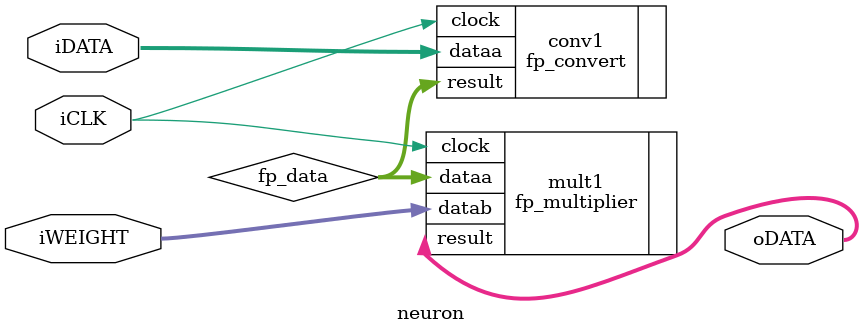
<source format=sv>
/*****************************************************************************/
//
/*****************************************************************************/
module neuron(
  input				iCLK,
  input	[31:0]	iDATA,
  input	[31:0]	iWEIGHT,
  
  output	[31:0]	oDATA
);


  logic	[31:0]	fp_data;
  fp_convert conv1(
    .clock(iCLK),
    .dataa(iDATA),
    .result(fp_data)
  );
  
  fp_multiplier mult1(
    .clock(iCLK),
    .dataa(fp_data),
    .datab(iWEIGHT),
    .result(oDATA)
  );


endmodule

</source>
